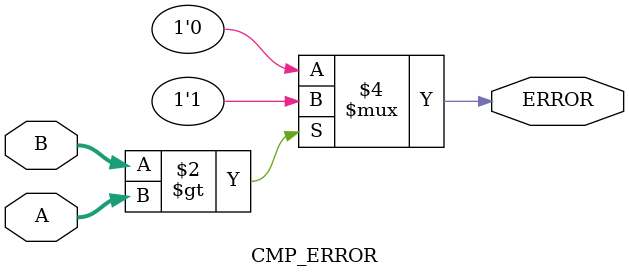
<source format=v>
`timescale 1ns / 1ps

module CMP_ERROR(
    input [3:0] A, B,
    output reg ERROR
    );

always @ (A, B) begin
    if (B > A)
        ERROR = 1;
    else 
        ERROR = 0;
    end
endmodule

</source>
